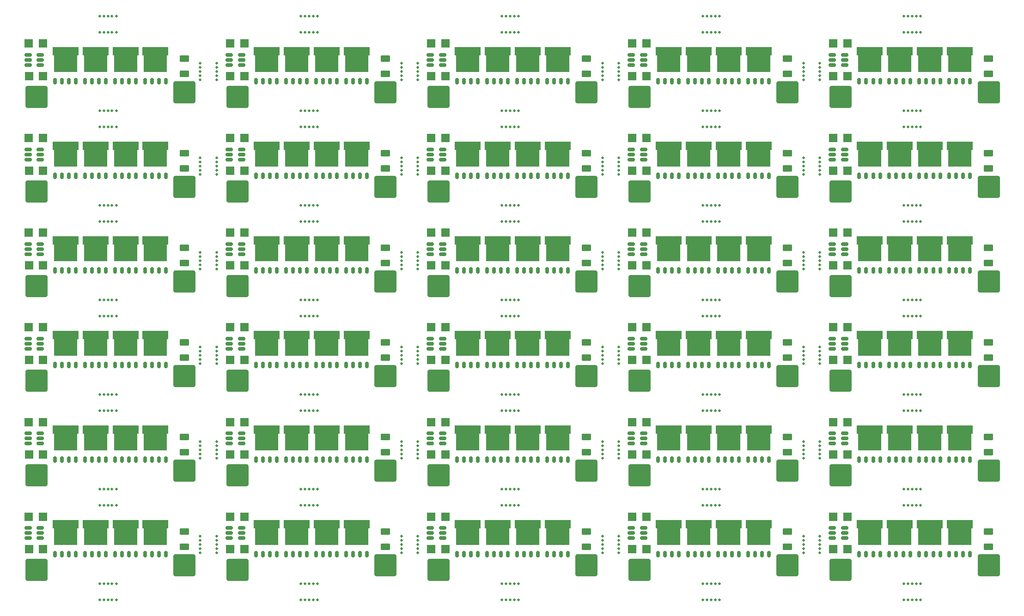
<source format=gbr>
%TF.GenerationSoftware,KiCad,Pcbnew,8.0.1*%
%TF.CreationDate,2024-05-29T13:53:09-05:00*%
%TF.ProjectId,eve PCB Project,65766520-5043-4422-9050-726f6a656374,rev?*%
%TF.SameCoordinates,Original*%
%TF.FileFunction,Soldermask,Top*%
%TF.FilePolarity,Negative*%
%FSLAX46Y46*%
G04 Gerber Fmt 4.6, Leading zero omitted, Abs format (unit mm)*
G04 Created by KiCad (PCBNEW 8.0.1) date 2024-05-29 13:53:09*
%MOMM*%
%LPD*%
G01*
G04 APERTURE LIST*
G04 Aperture macros list*
%AMRoundRect*
0 Rectangle with rounded corners*
0 $1 Rounding radius*
0 $2 $3 $4 $5 $6 $7 $8 $9 X,Y pos of 4 corners*
0 Add a 4 corners polygon primitive as box body*
4,1,4,$2,$3,$4,$5,$6,$7,$8,$9,$2,$3,0*
0 Add four circle primitives for the rounded corners*
1,1,$1+$1,$2,$3*
1,1,$1+$1,$4,$5*
1,1,$1+$1,$6,$7*
1,1,$1+$1,$8,$9*
0 Add four rect primitives between the rounded corners*
20,1,$1+$1,$2,$3,$4,$5,0*
20,1,$1+$1,$4,$5,$6,$7,0*
20,1,$1+$1,$6,$7,$8,$9,0*
20,1,$1+$1,$8,$9,$2,$3,0*%
%AMFreePoly0*
4,1,9,2.975000,-2.350000,1.425000,-2.350000,1.425000,-2.100000,-1.650000,-2.100000,-1.650000,2.100000,1.425000,2.100000,1.425000,2.350000,2.975000,2.350000,2.975000,-2.350000,2.975000,-2.350000,$1*%
G04 Aperture macros list end*
%ADD10C,0.500000*%
%ADD11RoundRect,0.250000X-1.750000X-1.750000X1.750000X-1.750000X1.750000X1.750000X-1.750000X1.750000X0*%
%ADD12RoundRect,0.250000X0.550000X-0.550000X0.550000X0.550000X-0.550000X0.550000X-0.550000X-0.550000X0*%
%ADD13RoundRect,0.175000X-0.175000X-0.400000X0.175000X-0.400000X0.175000X0.400000X-0.175000X0.400000X0*%
%ADD14FreePoly0,90.000000*%
%ADD15RoundRect,0.150000X0.512500X0.150000X-0.512500X0.150000X-0.512500X-0.150000X0.512500X-0.150000X0*%
%ADD16RoundRect,0.250000X0.550000X0.550000X-0.550000X0.550000X-0.550000X-0.550000X0.550000X-0.550000X0*%
%ADD17RoundRect,0.250000X1.750000X1.750000X-1.750000X1.750000X-1.750000X-1.750000X1.750000X-1.750000X0*%
%ADD18RoundRect,0.250000X0.625000X-0.375000X0.625000X0.375000X-0.625000X0.375000X-0.625000X-0.375000X0*%
G04 APERTURE END LIST*
D10*
%TO.C,mouse-bite-3mm-slot*%
X175928000Y-94720000D03*
X175928000Y-97720000D03*
X176678000Y-97720000D03*
X176690000Y-94720000D03*
X177440000Y-94720000D03*
X177440000Y-97720000D03*
X178190000Y-94720000D03*
X178190000Y-97720000D03*
X178964000Y-94720000D03*
X178964000Y-97720000D03*
%TD*%
D11*
%TO.C,Lead (-)*%
X117770000Y-126090000D03*
%TD*%
D10*
%TO.C,mouse-bite-3mm-slot*%
X175928000Y-112080000D03*
X175928000Y-115080000D03*
X176678000Y-115080000D03*
X176690000Y-112080000D03*
X177440000Y-112080000D03*
X177440000Y-115080000D03*
X178190000Y-112080000D03*
X178190000Y-115080000D03*
X178964000Y-112080000D03*
X178964000Y-115080000D03*
%TD*%
D11*
%TO.C,Lead (-)*%
X191450000Y-143450000D03*
%TD*%
D12*
%TO.C,GND*%
X91890000Y-123140000D03*
%TD*%
D13*
%TO.C,Q1*%
X167740000Y-89325000D03*
X169010000Y-89325000D03*
X170290000Y-89325000D03*
X171560000Y-89325000D03*
D14*
X169650000Y-86055000D03*
%TD*%
D12*
%TO.C,5V*%
X91890000Y-134500000D03*
%TD*%
D11*
%TO.C,Lead (-)*%
X228290000Y-74010000D03*
%TD*%
D15*
%TO.C,U1*%
X128227500Y-121090000D03*
X128227500Y-120140000D03*
X128227500Y-119190000D03*
X125952500Y-119190000D03*
X125952500Y-120140000D03*
X125952500Y-121090000D03*
%TD*%
D12*
%TO.C,GND*%
X202410000Y-123140000D03*
%TD*%
%TO.C,GND*%
X165570000Y-71060000D03*
%TD*%
D11*
%TO.C,Lead (-)*%
X154610000Y-56650000D03*
%TD*%
D16*
%TO.C,SCL*%
X162960000Y-88420000D03*
%TD*%
D13*
%TO.C,Q4*%
X147400000Y-89325000D03*
X148670000Y-89325000D03*
X149950000Y-89325000D03*
X151220000Y-89325000D03*
D14*
X149310000Y-86055000D03*
%TD*%
D17*
%TO.C,GND*%
X53830000Y-92220000D03*
%TD*%
%TO.C,GND*%
X90670000Y-57500000D03*
%TD*%
D18*
%TO.C,F1*%
X117760000Y-105340000D03*
X117760000Y-102540000D03*
%TD*%
D12*
%TO.C,GND*%
X128730000Y-123140000D03*
%TD*%
D11*
%TO.C,Lead (-)*%
X191450000Y-74010000D03*
%TD*%
D12*
%TO.C,5V*%
X165570000Y-47700000D03*
%TD*%
D10*
%TO.C,mouse-bite-3mm-slot*%
X212768000Y-42640000D03*
X212768000Y-45640000D03*
X213518000Y-45640000D03*
X213530000Y-42640000D03*
X214280000Y-42640000D03*
X214280000Y-45640000D03*
X215030000Y-42640000D03*
X215030000Y-45640000D03*
X215804000Y-42640000D03*
X215804000Y-45640000D03*
%TD*%
D13*
%TO.C,Q3*%
X68220000Y-124045000D03*
X69490000Y-124045000D03*
X70770000Y-124045000D03*
X72040000Y-124045000D03*
D14*
X70130000Y-120775000D03*
%TD*%
D12*
%TO.C,GND*%
X55050000Y-53700000D03*
%TD*%
%TO.C,SDA*%
X162950000Y-117140000D03*
%TD*%
D18*
%TO.C,F1*%
X117760000Y-140060000D03*
X117760000Y-137260000D03*
%TD*%
D17*
%TO.C,GND*%
X90670000Y-144300000D03*
%TD*%
D10*
%TO.C,mouse-bite-3mm-slot*%
X157520000Y-89052000D03*
X160520000Y-89052000D03*
X160520000Y-88302000D03*
X157520000Y-88290000D03*
X157520000Y-87540000D03*
X160520000Y-87540000D03*
X157520000Y-86790000D03*
X160520000Y-86790000D03*
X157520000Y-86016000D03*
X160520000Y-86016000D03*
%TD*%
D13*
%TO.C,Q1*%
X204580000Y-124045000D03*
X205850000Y-124045000D03*
X207130000Y-124045000D03*
X208400000Y-124045000D03*
D14*
X206490000Y-120775000D03*
%TD*%
D12*
%TO.C,SDA*%
X162950000Y-99780000D03*
%TD*%
D15*
%TO.C,U1*%
X91387500Y-51650000D03*
X91387500Y-50700000D03*
X91387500Y-49750000D03*
X89112500Y-49750000D03*
X89112500Y-50700000D03*
X89112500Y-51650000D03*
%TD*%
D13*
%TO.C,Q3*%
X105060000Y-106685000D03*
X106330000Y-106685000D03*
X107610000Y-106685000D03*
X108880000Y-106685000D03*
D14*
X106970000Y-103415000D03*
%TD*%
D13*
%TO.C,Q2*%
X136400000Y-141405000D03*
X137670000Y-141405000D03*
X138950000Y-141405000D03*
X140220000Y-141405000D03*
D14*
X138310000Y-138135000D03*
%TD*%
D13*
%TO.C,Q3*%
X215580000Y-71965000D03*
X216850000Y-71965000D03*
X218130000Y-71965000D03*
X219400000Y-71965000D03*
D14*
X217490000Y-68695000D03*
%TD*%
D11*
%TO.C,Lead (-)*%
X117770000Y-143450000D03*
%TD*%
D13*
%TO.C,Q3*%
X178740000Y-124045000D03*
X180010000Y-124045000D03*
X181290000Y-124045000D03*
X182560000Y-124045000D03*
D14*
X180650000Y-120775000D03*
%TD*%
D12*
%TO.C,SDA*%
X52430000Y-82420000D03*
%TD*%
D11*
%TO.C,Lead (-)*%
X228290000Y-143450000D03*
%TD*%
D15*
%TO.C,U1*%
X91387500Y-69010000D03*
X91387500Y-68060000D03*
X91387500Y-67110000D03*
X89112500Y-67110000D03*
X89112500Y-68060000D03*
X89112500Y-69010000D03*
%TD*%
D12*
%TO.C,5V*%
X202410000Y-65060000D03*
%TD*%
D13*
%TO.C,Q3*%
X68220000Y-89325000D03*
X69490000Y-89325000D03*
X70770000Y-89325000D03*
X72040000Y-89325000D03*
D14*
X70130000Y-86055000D03*
%TD*%
D13*
%TO.C,Q4*%
X184240000Y-106685000D03*
X185510000Y-106685000D03*
X186790000Y-106685000D03*
X188060000Y-106685000D03*
D14*
X186150000Y-103415000D03*
%TD*%
D12*
%TO.C,SDA*%
X52430000Y-99780000D03*
%TD*%
D13*
%TO.C,Q3*%
X105060000Y-54605000D03*
X106330000Y-54605000D03*
X107610000Y-54605000D03*
X108880000Y-54605000D03*
D14*
X106970000Y-51335000D03*
%TD*%
D17*
%TO.C,GND*%
X53830000Y-126940000D03*
%TD*%
D12*
%TO.C,GND*%
X202410000Y-71060000D03*
%TD*%
D15*
%TO.C,U1*%
X128227500Y-69010000D03*
X128227500Y-68060000D03*
X128227500Y-67110000D03*
X125952500Y-67110000D03*
X125952500Y-68060000D03*
X125952500Y-69010000D03*
%TD*%
D13*
%TO.C,Q4*%
X110560000Y-124045000D03*
X111830000Y-124045000D03*
X113110000Y-124045000D03*
X114380000Y-124045000D03*
D14*
X112470000Y-120775000D03*
%TD*%
D12*
%TO.C,5V*%
X128730000Y-117140000D03*
%TD*%
D15*
%TO.C,U1*%
X165067500Y-121090000D03*
X165067500Y-120140000D03*
X165067500Y-119190000D03*
X162792500Y-119190000D03*
X162792500Y-120140000D03*
X162792500Y-121090000D03*
%TD*%
D10*
%TO.C,mouse-bite-3mm-slot*%
X120680000Y-89052000D03*
X123680000Y-89052000D03*
X123680000Y-88302000D03*
X120680000Y-88290000D03*
X120680000Y-87540000D03*
X123680000Y-87540000D03*
X120680000Y-86790000D03*
X123680000Y-86790000D03*
X120680000Y-86016000D03*
X123680000Y-86016000D03*
%TD*%
D12*
%TO.C,SDA*%
X199790000Y-47700000D03*
%TD*%
%TO.C,SDA*%
X126110000Y-117140000D03*
%TD*%
D15*
%TO.C,U1*%
X54547500Y-103730000D03*
X54547500Y-102780000D03*
X54547500Y-101830000D03*
X52272500Y-101830000D03*
X52272500Y-102780000D03*
X52272500Y-103730000D03*
%TD*%
D12*
%TO.C,SDA*%
X52430000Y-117140000D03*
%TD*%
D10*
%TO.C,mouse-bite-3mm-slot*%
X102248000Y-94720000D03*
X102248000Y-97720000D03*
X102998000Y-97720000D03*
X103010000Y-94720000D03*
X103760000Y-94720000D03*
X103760000Y-97720000D03*
X104510000Y-94720000D03*
X104510000Y-97720000D03*
X105284000Y-94720000D03*
X105284000Y-97720000D03*
%TD*%
D12*
%TO.C,SDA*%
X199790000Y-82420000D03*
%TD*%
%TO.C,5V*%
X165570000Y-65060000D03*
%TD*%
D13*
%TO.C,Q3*%
X68220000Y-54605000D03*
X69490000Y-54605000D03*
X70770000Y-54605000D03*
X72040000Y-54605000D03*
D14*
X70130000Y-51335000D03*
%TD*%
D18*
%TO.C,F1*%
X80920000Y-53260000D03*
X80920000Y-50460000D03*
%TD*%
D13*
%TO.C,Q4*%
X184240000Y-141405000D03*
X185510000Y-141405000D03*
X186790000Y-141405000D03*
X188060000Y-141405000D03*
D14*
X186150000Y-138135000D03*
%TD*%
D13*
%TO.C,Q4*%
X147400000Y-106685000D03*
X148670000Y-106685000D03*
X149950000Y-106685000D03*
X151220000Y-106685000D03*
D14*
X149310000Y-103415000D03*
%TD*%
D12*
%TO.C,GND*%
X202410000Y-105780000D03*
%TD*%
D17*
%TO.C,GND*%
X164350000Y-109580000D03*
%TD*%
%TO.C,GND*%
X164350000Y-57500000D03*
%TD*%
D11*
%TO.C,Lead (-)*%
X228290000Y-56650000D03*
%TD*%
D12*
%TO.C,SDA*%
X199790000Y-134500000D03*
%TD*%
D13*
%TO.C,Q3*%
X215580000Y-54605000D03*
X216850000Y-54605000D03*
X218130000Y-54605000D03*
X219400000Y-54605000D03*
D14*
X217490000Y-51335000D03*
%TD*%
D13*
%TO.C,Q3*%
X215580000Y-89325000D03*
X216850000Y-89325000D03*
X218130000Y-89325000D03*
X219400000Y-89325000D03*
D14*
X217490000Y-86055000D03*
%TD*%
D11*
%TO.C,Lead (-)*%
X228290000Y-126090000D03*
%TD*%
D15*
%TO.C,U1*%
X165067500Y-86370000D03*
X165067500Y-85420000D03*
X165067500Y-84470000D03*
X162792500Y-84470000D03*
X162792500Y-85420000D03*
X162792500Y-86370000D03*
%TD*%
D11*
%TO.C,Lead (-)*%
X117770000Y-108730000D03*
%TD*%
D17*
%TO.C,GND*%
X164350000Y-126940000D03*
%TD*%
%TO.C,GND*%
X90670000Y-109580000D03*
%TD*%
D10*
%TO.C,mouse-bite-3mm-slot*%
X194360000Y-141132000D03*
X197360000Y-141132000D03*
X197360000Y-140382000D03*
X194360000Y-140370000D03*
X194360000Y-139620000D03*
X197360000Y-139620000D03*
X194360000Y-138870000D03*
X197360000Y-138870000D03*
X194360000Y-138096000D03*
X197360000Y-138096000D03*
%TD*%
%TO.C,mouse-bite-3mm-slot*%
X102248000Y-112080000D03*
X102248000Y-115080000D03*
X102998000Y-115080000D03*
X103010000Y-112080000D03*
X103760000Y-112080000D03*
X103760000Y-115080000D03*
X104510000Y-112080000D03*
X104510000Y-115080000D03*
X105284000Y-112080000D03*
X105284000Y-115080000D03*
%TD*%
%TO.C,mouse-bite-3mm-slot*%
X120680000Y-71692000D03*
X123680000Y-71692000D03*
X123680000Y-70942000D03*
X120680000Y-70930000D03*
X120680000Y-70180000D03*
X123680000Y-70180000D03*
X120680000Y-69430000D03*
X123680000Y-69430000D03*
X120680000Y-68656000D03*
X123680000Y-68656000D03*
%TD*%
D13*
%TO.C,Q3*%
X178740000Y-89325000D03*
X180010000Y-89325000D03*
X181290000Y-89325000D03*
X182560000Y-89325000D03*
D14*
X180650000Y-86055000D03*
%TD*%
D12*
%TO.C,5V*%
X165570000Y-99780000D03*
%TD*%
D10*
%TO.C,mouse-bite-3mm-slot*%
X65408000Y-42640000D03*
X65408000Y-45640000D03*
X66158000Y-45640000D03*
X66170000Y-42640000D03*
X66920000Y-42640000D03*
X66920000Y-45640000D03*
X67670000Y-42640000D03*
X67670000Y-45640000D03*
X68444000Y-42640000D03*
X68444000Y-45640000D03*
%TD*%
D13*
%TO.C,Q3*%
X141900000Y-54605000D03*
X143170000Y-54605000D03*
X144450000Y-54605000D03*
X145720000Y-54605000D03*
D14*
X143810000Y-51335000D03*
%TD*%
D12*
%TO.C,5V*%
X55050000Y-82420000D03*
%TD*%
%TO.C,SDA*%
X126110000Y-82420000D03*
%TD*%
D13*
%TO.C,Q3*%
X178740000Y-106685000D03*
X180010000Y-106685000D03*
X181290000Y-106685000D03*
X182560000Y-106685000D03*
D14*
X180650000Y-103415000D03*
%TD*%
D17*
%TO.C,GND*%
X90670000Y-92220000D03*
%TD*%
D10*
%TO.C,mouse-bite-3mm-slot*%
X194360000Y-123772000D03*
X197360000Y-123772000D03*
X197360000Y-123022000D03*
X194360000Y-123010000D03*
X194360000Y-122260000D03*
X197360000Y-122260000D03*
X194360000Y-121510000D03*
X197360000Y-121510000D03*
X194360000Y-120736000D03*
X197360000Y-120736000D03*
%TD*%
D12*
%TO.C,SDA*%
X162950000Y-65060000D03*
%TD*%
D10*
%TO.C,mouse-bite-3mm-slot*%
X157520000Y-71692000D03*
X160520000Y-71692000D03*
X160520000Y-70942000D03*
X157520000Y-70930000D03*
X157520000Y-70180000D03*
X160520000Y-70180000D03*
X157520000Y-69430000D03*
X160520000Y-69430000D03*
X157520000Y-68656000D03*
X160520000Y-68656000D03*
%TD*%
D13*
%TO.C,Q2*%
X210080000Y-89325000D03*
X211350000Y-89325000D03*
X212630000Y-89325000D03*
X213900000Y-89325000D03*
D14*
X211990000Y-86055000D03*
%TD*%
D10*
%TO.C,mouse-bite-3mm-slot*%
X157520000Y-141132000D03*
X160520000Y-141132000D03*
X160520000Y-140382000D03*
X157520000Y-140370000D03*
X157520000Y-139620000D03*
X160520000Y-139620000D03*
X157520000Y-138870000D03*
X160520000Y-138870000D03*
X157520000Y-138096000D03*
X160520000Y-138096000D03*
%TD*%
D11*
%TO.C,Lead (-)*%
X191450000Y-56650000D03*
%TD*%
D13*
%TO.C,Q4*%
X73720000Y-124045000D03*
X74990000Y-124045000D03*
X76270000Y-124045000D03*
X77540000Y-124045000D03*
D14*
X75630000Y-120775000D03*
%TD*%
D17*
%TO.C,GND*%
X53830000Y-74860000D03*
%TD*%
D16*
%TO.C,SCL*%
X126120000Y-53700000D03*
%TD*%
D10*
%TO.C,mouse-bite-3mm-slot*%
X139088000Y-94720000D03*
X139088000Y-97720000D03*
X139838000Y-97720000D03*
X139850000Y-94720000D03*
X140600000Y-94720000D03*
X140600000Y-97720000D03*
X141350000Y-94720000D03*
X141350000Y-97720000D03*
X142124000Y-94720000D03*
X142124000Y-97720000D03*
%TD*%
D15*
%TO.C,U1*%
X128227500Y-138450000D03*
X128227500Y-137500000D03*
X128227500Y-136550000D03*
X125952500Y-136550000D03*
X125952500Y-137500000D03*
X125952500Y-138450000D03*
%TD*%
D13*
%TO.C,Q3*%
X215580000Y-106685000D03*
X216850000Y-106685000D03*
X218130000Y-106685000D03*
X219400000Y-106685000D03*
D14*
X217490000Y-103415000D03*
%TD*%
D18*
%TO.C,F1*%
X191440000Y-87980000D03*
X191440000Y-85180000D03*
%TD*%
D13*
%TO.C,Q1*%
X204580000Y-141405000D03*
X205850000Y-141405000D03*
X207130000Y-141405000D03*
X208400000Y-141405000D03*
D14*
X206490000Y-138135000D03*
%TD*%
D11*
%TO.C,Lead (-)*%
X117770000Y-56650000D03*
%TD*%
D10*
%TO.C,mouse-bite-3mm-slot*%
X120680000Y-54332000D03*
X123680000Y-54332000D03*
X123680000Y-53582000D03*
X120680000Y-53570000D03*
X120680000Y-52820000D03*
X123680000Y-52820000D03*
X120680000Y-52070000D03*
X123680000Y-52070000D03*
X120680000Y-51296000D03*
X123680000Y-51296000D03*
%TD*%
D13*
%TO.C,Q2*%
X99560000Y-124045000D03*
X100830000Y-124045000D03*
X102110000Y-124045000D03*
X103380000Y-124045000D03*
D14*
X101470000Y-120775000D03*
%TD*%
D13*
%TO.C,Q3*%
X105060000Y-141405000D03*
X106330000Y-141405000D03*
X107610000Y-141405000D03*
X108880000Y-141405000D03*
D14*
X106970000Y-138135000D03*
%TD*%
D16*
%TO.C,SCL*%
X89280000Y-71060000D03*
%TD*%
D13*
%TO.C,Q1*%
X167740000Y-71965000D03*
X169010000Y-71965000D03*
X170290000Y-71965000D03*
X171560000Y-71965000D03*
D14*
X169650000Y-68695000D03*
%TD*%
D12*
%TO.C,5V*%
X128730000Y-47700000D03*
%TD*%
D10*
%TO.C,mouse-bite-3mm-slot*%
X212768000Y-112080000D03*
X212768000Y-115080000D03*
X213518000Y-115080000D03*
X213530000Y-112080000D03*
X214280000Y-112080000D03*
X214280000Y-115080000D03*
X215030000Y-112080000D03*
X215030000Y-115080000D03*
X215804000Y-112080000D03*
X215804000Y-115080000D03*
%TD*%
D13*
%TO.C,Q4*%
X110560000Y-89325000D03*
X111830000Y-89325000D03*
X113110000Y-89325000D03*
X114380000Y-89325000D03*
D14*
X112470000Y-86055000D03*
%TD*%
D13*
%TO.C,Q4*%
X184240000Y-54605000D03*
X185510000Y-54605000D03*
X186790000Y-54605000D03*
X188060000Y-54605000D03*
D14*
X186150000Y-51335000D03*
%TD*%
D13*
%TO.C,Q4*%
X147400000Y-71965000D03*
X148670000Y-71965000D03*
X149950000Y-71965000D03*
X151220000Y-71965000D03*
D14*
X149310000Y-68695000D03*
%TD*%
D15*
%TO.C,U1*%
X128227500Y-51650000D03*
X128227500Y-50700000D03*
X128227500Y-49750000D03*
X125952500Y-49750000D03*
X125952500Y-50700000D03*
X125952500Y-51650000D03*
%TD*%
D10*
%TO.C,mouse-bite-3mm-slot*%
X102248000Y-60000000D03*
X102248000Y-63000000D03*
X102998000Y-63000000D03*
X103010000Y-60000000D03*
X103760000Y-60000000D03*
X103760000Y-63000000D03*
X104510000Y-60000000D03*
X104510000Y-63000000D03*
X105284000Y-60000000D03*
X105284000Y-63000000D03*
%TD*%
D11*
%TO.C,Lead (-)*%
X154610000Y-91370000D03*
%TD*%
D13*
%TO.C,Q1*%
X130900000Y-71965000D03*
X132170000Y-71965000D03*
X133450000Y-71965000D03*
X134720000Y-71965000D03*
D14*
X132810000Y-68695000D03*
%TD*%
D12*
%TO.C,5V*%
X128730000Y-134500000D03*
%TD*%
D10*
%TO.C,mouse-bite-3mm-slot*%
X212768000Y-94720000D03*
X212768000Y-97720000D03*
X213518000Y-97720000D03*
X213530000Y-94720000D03*
X214280000Y-94720000D03*
X214280000Y-97720000D03*
X215030000Y-94720000D03*
X215030000Y-97720000D03*
X215804000Y-94720000D03*
X215804000Y-97720000D03*
%TD*%
D18*
%TO.C,F1*%
X154600000Y-122700000D03*
X154600000Y-119900000D03*
%TD*%
D12*
%TO.C,SDA*%
X126110000Y-65060000D03*
%TD*%
%TO.C,GND*%
X165570000Y-105780000D03*
%TD*%
D13*
%TO.C,Q4*%
X184240000Y-124045000D03*
X185510000Y-124045000D03*
X186790000Y-124045000D03*
X188060000Y-124045000D03*
D14*
X186150000Y-120775000D03*
%TD*%
D12*
%TO.C,5V*%
X165570000Y-82420000D03*
%TD*%
D13*
%TO.C,Q1*%
X130900000Y-124045000D03*
X132170000Y-124045000D03*
X133450000Y-124045000D03*
X134720000Y-124045000D03*
D14*
X132810000Y-120775000D03*
%TD*%
D12*
%TO.C,GND*%
X128730000Y-53700000D03*
%TD*%
D13*
%TO.C,Q3*%
X68220000Y-141405000D03*
X69490000Y-141405000D03*
X70770000Y-141405000D03*
X72040000Y-141405000D03*
D14*
X70130000Y-138135000D03*
%TD*%
D18*
%TO.C,F1*%
X117760000Y-122700000D03*
X117760000Y-119900000D03*
%TD*%
%TO.C,F1*%
X80920000Y-140060000D03*
X80920000Y-137260000D03*
%TD*%
D13*
%TO.C,Q4*%
X73720000Y-71965000D03*
X74990000Y-71965000D03*
X76270000Y-71965000D03*
X77540000Y-71965000D03*
D14*
X75630000Y-68695000D03*
%TD*%
D10*
%TO.C,mouse-bite-3mm-slot*%
X212768000Y-146800000D03*
X212768000Y-149800000D03*
X213518000Y-149800000D03*
X213530000Y-146800000D03*
X214280000Y-146800000D03*
X214280000Y-149800000D03*
X215030000Y-146800000D03*
X215030000Y-149800000D03*
X215804000Y-146800000D03*
X215804000Y-149800000D03*
%TD*%
D13*
%TO.C,Q1*%
X130900000Y-54605000D03*
X132170000Y-54605000D03*
X133450000Y-54605000D03*
X134720000Y-54605000D03*
D14*
X132810000Y-51335000D03*
%TD*%
D10*
%TO.C,mouse-bite-3mm-slot*%
X102248000Y-77360000D03*
X102248000Y-80360000D03*
X102998000Y-80360000D03*
X103010000Y-77360000D03*
X103760000Y-77360000D03*
X103760000Y-80360000D03*
X104510000Y-77360000D03*
X104510000Y-80360000D03*
X105284000Y-77360000D03*
X105284000Y-80360000D03*
%TD*%
D12*
%TO.C,GND*%
X202410000Y-140500000D03*
%TD*%
D18*
%TO.C,F1*%
X228280000Y-70620000D03*
X228280000Y-67820000D03*
%TD*%
D16*
%TO.C,SCL*%
X89280000Y-88420000D03*
%TD*%
D15*
%TO.C,U1*%
X201907500Y-51650000D03*
X201907500Y-50700000D03*
X201907500Y-49750000D03*
X199632500Y-49750000D03*
X199632500Y-50700000D03*
X199632500Y-51650000D03*
%TD*%
D13*
%TO.C,Q3*%
X68220000Y-71965000D03*
X69490000Y-71965000D03*
X70770000Y-71965000D03*
X72040000Y-71965000D03*
D14*
X70130000Y-68695000D03*
%TD*%
D10*
%TO.C,mouse-bite-3mm-slot*%
X194360000Y-54332000D03*
X197360000Y-54332000D03*
X197360000Y-53582000D03*
X194360000Y-53570000D03*
X194360000Y-52820000D03*
X197360000Y-52820000D03*
X194360000Y-52070000D03*
X197360000Y-52070000D03*
X194360000Y-51296000D03*
X197360000Y-51296000D03*
%TD*%
D13*
%TO.C,Q2*%
X62720000Y-106685000D03*
X63990000Y-106685000D03*
X65270000Y-106685000D03*
X66540000Y-106685000D03*
D14*
X64630000Y-103415000D03*
%TD*%
D13*
%TO.C,Q1*%
X204580000Y-54605000D03*
X205850000Y-54605000D03*
X207130000Y-54605000D03*
X208400000Y-54605000D03*
D14*
X206490000Y-51335000D03*
%TD*%
D12*
%TO.C,SDA*%
X199790000Y-117140000D03*
%TD*%
%TO.C,5V*%
X202410000Y-47700000D03*
%TD*%
D13*
%TO.C,Q2*%
X62720000Y-141405000D03*
X63990000Y-141405000D03*
X65270000Y-141405000D03*
X66540000Y-141405000D03*
D14*
X64630000Y-138135000D03*
%TD*%
D12*
%TO.C,5V*%
X91890000Y-99780000D03*
%TD*%
D17*
%TO.C,GND*%
X127510000Y-109580000D03*
%TD*%
D12*
%TO.C,GND*%
X165570000Y-53700000D03*
%TD*%
%TO.C,SDA*%
X126110000Y-99780000D03*
%TD*%
D11*
%TO.C,Lead (-)*%
X117770000Y-91370000D03*
%TD*%
D16*
%TO.C,SCL*%
X199800000Y-53700000D03*
%TD*%
D18*
%TO.C,F1*%
X228280000Y-105340000D03*
X228280000Y-102540000D03*
%TD*%
D13*
%TO.C,Q4*%
X110560000Y-54605000D03*
X111830000Y-54605000D03*
X113110000Y-54605000D03*
X114380000Y-54605000D03*
D14*
X112470000Y-51335000D03*
%TD*%
D13*
%TO.C,Q3*%
X215580000Y-141405000D03*
X216850000Y-141405000D03*
X218130000Y-141405000D03*
X219400000Y-141405000D03*
D14*
X217490000Y-138135000D03*
%TD*%
D13*
%TO.C,Q4*%
X110560000Y-71965000D03*
X111830000Y-71965000D03*
X113110000Y-71965000D03*
X114380000Y-71965000D03*
D14*
X112470000Y-68695000D03*
%TD*%
D12*
%TO.C,5V*%
X128730000Y-65060000D03*
%TD*%
D11*
%TO.C,Lead (-)*%
X154610000Y-126090000D03*
%TD*%
D15*
%TO.C,U1*%
X54547500Y-121090000D03*
X54547500Y-120140000D03*
X54547500Y-119190000D03*
X52272500Y-119190000D03*
X52272500Y-120140000D03*
X52272500Y-121090000D03*
%TD*%
D10*
%TO.C,mouse-bite-3mm-slot*%
X157520000Y-106412000D03*
X160520000Y-106412000D03*
X160520000Y-105662000D03*
X157520000Y-105650000D03*
X157520000Y-104900000D03*
X160520000Y-104900000D03*
X157520000Y-104150000D03*
X160520000Y-104150000D03*
X157520000Y-103376000D03*
X160520000Y-103376000D03*
%TD*%
%TO.C,mouse-bite-3mm-slot*%
X139088000Y-112080000D03*
X139088000Y-115080000D03*
X139838000Y-115080000D03*
X139850000Y-112080000D03*
X140600000Y-112080000D03*
X140600000Y-115080000D03*
X141350000Y-112080000D03*
X141350000Y-115080000D03*
X142124000Y-112080000D03*
X142124000Y-115080000D03*
%TD*%
D13*
%TO.C,Q3*%
X141900000Y-124045000D03*
X143170000Y-124045000D03*
X144450000Y-124045000D03*
X145720000Y-124045000D03*
D14*
X143810000Y-120775000D03*
%TD*%
D16*
%TO.C,SCL*%
X52440000Y-105780000D03*
%TD*%
D12*
%TO.C,GND*%
X202410000Y-88420000D03*
%TD*%
D10*
%TO.C,mouse-bite-3mm-slot*%
X212768000Y-129440000D03*
X212768000Y-132440000D03*
X213518000Y-132440000D03*
X213530000Y-129440000D03*
X214280000Y-129440000D03*
X214280000Y-132440000D03*
X215030000Y-129440000D03*
X215030000Y-132440000D03*
X215804000Y-129440000D03*
X215804000Y-132440000D03*
%TD*%
D17*
%TO.C,GND*%
X90670000Y-126940000D03*
%TD*%
D13*
%TO.C,Q1*%
X94060000Y-71965000D03*
X95330000Y-71965000D03*
X96610000Y-71965000D03*
X97880000Y-71965000D03*
D14*
X95970000Y-68695000D03*
%TD*%
D13*
%TO.C,Q1*%
X130900000Y-106685000D03*
X132170000Y-106685000D03*
X133450000Y-106685000D03*
X134720000Y-106685000D03*
D14*
X132810000Y-103415000D03*
%TD*%
D12*
%TO.C,SDA*%
X89270000Y-47700000D03*
%TD*%
%TO.C,SDA*%
X52430000Y-134500000D03*
%TD*%
%TO.C,GND*%
X55050000Y-123140000D03*
%TD*%
D10*
%TO.C,mouse-bite-3mm-slot*%
X194360000Y-89052000D03*
X197360000Y-89052000D03*
X197360000Y-88302000D03*
X194360000Y-88290000D03*
X194360000Y-87540000D03*
X197360000Y-87540000D03*
X194360000Y-86790000D03*
X197360000Y-86790000D03*
X194360000Y-86016000D03*
X197360000Y-86016000D03*
%TD*%
D13*
%TO.C,Q2*%
X210080000Y-71965000D03*
X211350000Y-71965000D03*
X212630000Y-71965000D03*
X213900000Y-71965000D03*
D14*
X211990000Y-68695000D03*
%TD*%
D13*
%TO.C,Q3*%
X215580000Y-124045000D03*
X216850000Y-124045000D03*
X218130000Y-124045000D03*
X219400000Y-124045000D03*
D14*
X217490000Y-120775000D03*
%TD*%
D13*
%TO.C,Q3*%
X105060000Y-124045000D03*
X106330000Y-124045000D03*
X107610000Y-124045000D03*
X108880000Y-124045000D03*
D14*
X106970000Y-120775000D03*
%TD*%
D13*
%TO.C,Q3*%
X178740000Y-71965000D03*
X180010000Y-71965000D03*
X181290000Y-71965000D03*
X182560000Y-71965000D03*
D14*
X180650000Y-68695000D03*
%TD*%
D13*
%TO.C,Q1*%
X167740000Y-106685000D03*
X169010000Y-106685000D03*
X170290000Y-106685000D03*
X171560000Y-106685000D03*
D14*
X169650000Y-103415000D03*
%TD*%
D16*
%TO.C,SCL*%
X126120000Y-71060000D03*
%TD*%
D12*
%TO.C,GND*%
X165570000Y-140500000D03*
%TD*%
D17*
%TO.C,GND*%
X201190000Y-144300000D03*
%TD*%
D12*
%TO.C,GND*%
X128730000Y-105780000D03*
%TD*%
D16*
%TO.C,SCL*%
X52440000Y-88420000D03*
%TD*%
D12*
%TO.C,GND*%
X55050000Y-88420000D03*
%TD*%
%TO.C,GND*%
X55050000Y-105780000D03*
%TD*%
D18*
%TO.C,F1*%
X191440000Y-122700000D03*
X191440000Y-119900000D03*
%TD*%
D12*
%TO.C,GND*%
X128730000Y-71060000D03*
%TD*%
D13*
%TO.C,Q1*%
X94060000Y-89325000D03*
X95330000Y-89325000D03*
X96610000Y-89325000D03*
X97880000Y-89325000D03*
D14*
X95970000Y-86055000D03*
%TD*%
D13*
%TO.C,Q2*%
X136400000Y-106685000D03*
X137670000Y-106685000D03*
X138950000Y-106685000D03*
X140220000Y-106685000D03*
D14*
X138310000Y-103415000D03*
%TD*%
D17*
%TO.C,GND*%
X164350000Y-92220000D03*
%TD*%
D13*
%TO.C,Q1*%
X94060000Y-124045000D03*
X95330000Y-124045000D03*
X96610000Y-124045000D03*
X97880000Y-124045000D03*
D14*
X95970000Y-120775000D03*
%TD*%
D10*
%TO.C,mouse-bite-3mm-slot*%
X65408000Y-146800000D03*
X65408000Y-149800000D03*
X66158000Y-149800000D03*
X66170000Y-146800000D03*
X66920000Y-146800000D03*
X66920000Y-149800000D03*
X67670000Y-146800000D03*
X67670000Y-149800000D03*
X68444000Y-146800000D03*
X68444000Y-149800000D03*
%TD*%
D13*
%TO.C,Q4*%
X147400000Y-124045000D03*
X148670000Y-124045000D03*
X149950000Y-124045000D03*
X151220000Y-124045000D03*
D14*
X149310000Y-120775000D03*
%TD*%
D12*
%TO.C,5V*%
X91890000Y-47700000D03*
%TD*%
%TO.C,SDA*%
X199790000Y-99780000D03*
%TD*%
D16*
%TO.C,SCL*%
X199800000Y-71060000D03*
%TD*%
D12*
%TO.C,5V*%
X91890000Y-65060000D03*
%TD*%
%TO.C,SDA*%
X89270000Y-117140000D03*
%TD*%
D16*
%TO.C,SCL*%
X89280000Y-123140000D03*
%TD*%
D10*
%TO.C,mouse-bite-3mm-slot*%
X175928000Y-60000000D03*
X175928000Y-63000000D03*
X176678000Y-63000000D03*
X176690000Y-60000000D03*
X177440000Y-60000000D03*
X177440000Y-63000000D03*
X178190000Y-60000000D03*
X178190000Y-63000000D03*
X178964000Y-60000000D03*
X178964000Y-63000000D03*
%TD*%
D16*
%TO.C,SCL*%
X52440000Y-140500000D03*
%TD*%
%TO.C,SCL*%
X126120000Y-123140000D03*
%TD*%
D13*
%TO.C,Q1*%
X167740000Y-141405000D03*
X169010000Y-141405000D03*
X170290000Y-141405000D03*
X171560000Y-141405000D03*
D14*
X169650000Y-138135000D03*
%TD*%
D13*
%TO.C,Q4*%
X221080000Y-141405000D03*
X222350000Y-141405000D03*
X223630000Y-141405000D03*
X224900000Y-141405000D03*
D14*
X222990000Y-138135000D03*
%TD*%
D10*
%TO.C,mouse-bite-3mm-slot*%
X83840000Y-123772000D03*
X86840000Y-123772000D03*
X86840000Y-123022000D03*
X83840000Y-123010000D03*
X83840000Y-122260000D03*
X86840000Y-122260000D03*
X83840000Y-121510000D03*
X86840000Y-121510000D03*
X83840000Y-120736000D03*
X86840000Y-120736000D03*
%TD*%
D15*
%TO.C,U1*%
X201907500Y-69010000D03*
X201907500Y-68060000D03*
X201907500Y-67110000D03*
X199632500Y-67110000D03*
X199632500Y-68060000D03*
X199632500Y-69010000D03*
%TD*%
D18*
%TO.C,F1*%
X117760000Y-70620000D03*
X117760000Y-67820000D03*
%TD*%
D13*
%TO.C,Q2*%
X136400000Y-71965000D03*
X137670000Y-71965000D03*
X138950000Y-71965000D03*
X140220000Y-71965000D03*
D14*
X138310000Y-68695000D03*
%TD*%
D13*
%TO.C,Q4*%
X73720000Y-141405000D03*
X74990000Y-141405000D03*
X76270000Y-141405000D03*
X77540000Y-141405000D03*
D14*
X75630000Y-138135000D03*
%TD*%
D17*
%TO.C,GND*%
X127510000Y-57500000D03*
%TD*%
D16*
%TO.C,SCL*%
X89280000Y-105780000D03*
%TD*%
D17*
%TO.C,GND*%
X127510000Y-126940000D03*
%TD*%
D12*
%TO.C,SDA*%
X162950000Y-82420000D03*
%TD*%
D13*
%TO.C,Q1*%
X57220000Y-71965000D03*
X58490000Y-71965000D03*
X59770000Y-71965000D03*
X61040000Y-71965000D03*
D14*
X59130000Y-68695000D03*
%TD*%
D13*
%TO.C,Q4*%
X147400000Y-141405000D03*
X148670000Y-141405000D03*
X149950000Y-141405000D03*
X151220000Y-141405000D03*
D14*
X149310000Y-138135000D03*
%TD*%
D11*
%TO.C,Lead (-)*%
X154610000Y-143450000D03*
%TD*%
D10*
%TO.C,mouse-bite-3mm-slot*%
X102248000Y-129440000D03*
X102248000Y-132440000D03*
X102998000Y-132440000D03*
X103010000Y-129440000D03*
X103760000Y-129440000D03*
X103760000Y-132440000D03*
X104510000Y-129440000D03*
X104510000Y-132440000D03*
X105284000Y-129440000D03*
X105284000Y-132440000D03*
%TD*%
D18*
%TO.C,F1*%
X80920000Y-70620000D03*
X80920000Y-67820000D03*
%TD*%
%TO.C,F1*%
X228280000Y-87980000D03*
X228280000Y-85180000D03*
%TD*%
D13*
%TO.C,Q4*%
X221080000Y-89325000D03*
X222350000Y-89325000D03*
X223630000Y-89325000D03*
X224900000Y-89325000D03*
D14*
X222990000Y-86055000D03*
%TD*%
D12*
%TO.C,SDA*%
X126110000Y-134500000D03*
%TD*%
D18*
%TO.C,F1*%
X80920000Y-122700000D03*
X80920000Y-119900000D03*
%TD*%
D13*
%TO.C,Q1*%
X57220000Y-141405000D03*
X58490000Y-141405000D03*
X59770000Y-141405000D03*
X61040000Y-141405000D03*
D14*
X59130000Y-138135000D03*
%TD*%
D12*
%TO.C,GND*%
X91890000Y-53700000D03*
%TD*%
D13*
%TO.C,Q1*%
X204580000Y-71965000D03*
X205850000Y-71965000D03*
X207130000Y-71965000D03*
X208400000Y-71965000D03*
D14*
X206490000Y-68695000D03*
%TD*%
D13*
%TO.C,Q2*%
X99560000Y-54605000D03*
X100830000Y-54605000D03*
X102110000Y-54605000D03*
X103380000Y-54605000D03*
D14*
X101470000Y-51335000D03*
%TD*%
D12*
%TO.C,GND*%
X91890000Y-105780000D03*
%TD*%
D13*
%TO.C,Q3*%
X141900000Y-71965000D03*
X143170000Y-71965000D03*
X144450000Y-71965000D03*
X145720000Y-71965000D03*
D14*
X143810000Y-68695000D03*
%TD*%
D18*
%TO.C,F1*%
X154600000Y-53260000D03*
X154600000Y-50460000D03*
%TD*%
D13*
%TO.C,Q2*%
X62720000Y-124045000D03*
X63990000Y-124045000D03*
X65270000Y-124045000D03*
X66540000Y-124045000D03*
D14*
X64630000Y-120775000D03*
%TD*%
D13*
%TO.C,Q1*%
X167740000Y-124045000D03*
X169010000Y-124045000D03*
X170290000Y-124045000D03*
X171560000Y-124045000D03*
D14*
X169650000Y-120775000D03*
%TD*%
D12*
%TO.C,5V*%
X165570000Y-134500000D03*
%TD*%
D16*
%TO.C,SCL*%
X89280000Y-140500000D03*
%TD*%
D13*
%TO.C,Q2*%
X173240000Y-71965000D03*
X174510000Y-71965000D03*
X175790000Y-71965000D03*
X177060000Y-71965000D03*
D14*
X175150000Y-68695000D03*
%TD*%
D15*
%TO.C,U1*%
X91387500Y-138450000D03*
X91387500Y-137500000D03*
X91387500Y-136550000D03*
X89112500Y-136550000D03*
X89112500Y-137500000D03*
X89112500Y-138450000D03*
%TD*%
D13*
%TO.C,Q2*%
X210080000Y-106685000D03*
X211350000Y-106685000D03*
X212630000Y-106685000D03*
X213900000Y-106685000D03*
D14*
X211990000Y-103415000D03*
%TD*%
D15*
%TO.C,U1*%
X128227500Y-86370000D03*
X128227500Y-85420000D03*
X128227500Y-84470000D03*
X125952500Y-84470000D03*
X125952500Y-85420000D03*
X125952500Y-86370000D03*
%TD*%
D13*
%TO.C,Q1*%
X94060000Y-141405000D03*
X95330000Y-141405000D03*
X96610000Y-141405000D03*
X97880000Y-141405000D03*
D14*
X95970000Y-138135000D03*
%TD*%
D12*
%TO.C,5V*%
X128730000Y-82420000D03*
%TD*%
D17*
%TO.C,GND*%
X201190000Y-92220000D03*
%TD*%
D16*
%TO.C,SCL*%
X162960000Y-140500000D03*
%TD*%
D12*
%TO.C,5V*%
X202410000Y-134500000D03*
%TD*%
D18*
%TO.C,F1*%
X154600000Y-87980000D03*
X154600000Y-85180000D03*
%TD*%
D15*
%TO.C,U1*%
X91387500Y-103730000D03*
X91387500Y-102780000D03*
X91387500Y-101830000D03*
X89112500Y-101830000D03*
X89112500Y-102780000D03*
X89112500Y-103730000D03*
%TD*%
D13*
%TO.C,Q4*%
X73720000Y-89325000D03*
X74990000Y-89325000D03*
X76270000Y-89325000D03*
X77540000Y-89325000D03*
D14*
X75630000Y-86055000D03*
%TD*%
D15*
%TO.C,U1*%
X54547500Y-69010000D03*
X54547500Y-68060000D03*
X54547500Y-67110000D03*
X52272500Y-67110000D03*
X52272500Y-68060000D03*
X52272500Y-69010000D03*
%TD*%
D10*
%TO.C,mouse-bite-3mm-slot*%
X102248000Y-146800000D03*
X102248000Y-149800000D03*
X102998000Y-149800000D03*
X103010000Y-146800000D03*
X103760000Y-146800000D03*
X103760000Y-149800000D03*
X104510000Y-146800000D03*
X104510000Y-149800000D03*
X105284000Y-146800000D03*
X105284000Y-149800000D03*
%TD*%
D13*
%TO.C,Q2*%
X99560000Y-106685000D03*
X100830000Y-106685000D03*
X102110000Y-106685000D03*
X103380000Y-106685000D03*
D14*
X101470000Y-103415000D03*
%TD*%
D13*
%TO.C,Q4*%
X73720000Y-54605000D03*
X74990000Y-54605000D03*
X76270000Y-54605000D03*
X77540000Y-54605000D03*
D14*
X75630000Y-51335000D03*
%TD*%
D13*
%TO.C,Q1*%
X57220000Y-89325000D03*
X58490000Y-89325000D03*
X59770000Y-89325000D03*
X61040000Y-89325000D03*
D14*
X59130000Y-86055000D03*
%TD*%
D13*
%TO.C,Q1*%
X57220000Y-124045000D03*
X58490000Y-124045000D03*
X59770000Y-124045000D03*
X61040000Y-124045000D03*
D14*
X59130000Y-120775000D03*
%TD*%
D13*
%TO.C,Q2*%
X210080000Y-54605000D03*
X211350000Y-54605000D03*
X212630000Y-54605000D03*
X213900000Y-54605000D03*
D14*
X211990000Y-51335000D03*
%TD*%
D15*
%TO.C,U1*%
X91387500Y-86370000D03*
X91387500Y-85420000D03*
X91387500Y-84470000D03*
X89112500Y-84470000D03*
X89112500Y-85420000D03*
X89112500Y-86370000D03*
%TD*%
D12*
%TO.C,5V*%
X202410000Y-99780000D03*
%TD*%
D17*
%TO.C,GND*%
X164350000Y-144300000D03*
%TD*%
D12*
%TO.C,SDA*%
X89270000Y-82420000D03*
%TD*%
D16*
%TO.C,SCL*%
X162960000Y-123140000D03*
%TD*%
D13*
%TO.C,Q2*%
X62720000Y-89325000D03*
X63990000Y-89325000D03*
X65270000Y-89325000D03*
X66540000Y-89325000D03*
D14*
X64630000Y-86055000D03*
%TD*%
D11*
%TO.C,Lead (-)*%
X191450000Y-126090000D03*
%TD*%
%TO.C,Lead (-)*%
X191450000Y-91370000D03*
%TD*%
D18*
%TO.C,F1*%
X191440000Y-105340000D03*
X191440000Y-102540000D03*
%TD*%
%TO.C,F1*%
X228280000Y-122700000D03*
X228280000Y-119900000D03*
%TD*%
D13*
%TO.C,Q4*%
X184240000Y-89325000D03*
X185510000Y-89325000D03*
X186790000Y-89325000D03*
X188060000Y-89325000D03*
D14*
X186150000Y-86055000D03*
%TD*%
D17*
%TO.C,GND*%
X164350000Y-74860000D03*
%TD*%
D10*
%TO.C,mouse-bite-3mm-slot*%
X139088000Y-146800000D03*
X139088000Y-149800000D03*
X139838000Y-149800000D03*
X139850000Y-146800000D03*
X140600000Y-146800000D03*
X140600000Y-149800000D03*
X141350000Y-146800000D03*
X141350000Y-149800000D03*
X142124000Y-146800000D03*
X142124000Y-149800000D03*
%TD*%
D11*
%TO.C,Lead (-)*%
X80930000Y-143450000D03*
%TD*%
D15*
%TO.C,U1*%
X54547500Y-51650000D03*
X54547500Y-50700000D03*
X54547500Y-49750000D03*
X52272500Y-49750000D03*
X52272500Y-50700000D03*
X52272500Y-51650000D03*
%TD*%
D10*
%TO.C,mouse-bite-3mm-slot*%
X212768000Y-60000000D03*
X212768000Y-63000000D03*
X213518000Y-63000000D03*
X213530000Y-60000000D03*
X214280000Y-60000000D03*
X214280000Y-63000000D03*
X215030000Y-60000000D03*
X215030000Y-63000000D03*
X215804000Y-60000000D03*
X215804000Y-63000000D03*
%TD*%
D13*
%TO.C,Q2*%
X99560000Y-71965000D03*
X100830000Y-71965000D03*
X102110000Y-71965000D03*
X103380000Y-71965000D03*
D14*
X101470000Y-68695000D03*
%TD*%
D10*
%TO.C,mouse-bite-3mm-slot*%
X65408000Y-60000000D03*
X65408000Y-63000000D03*
X66158000Y-63000000D03*
X66170000Y-60000000D03*
X66920000Y-60000000D03*
X66920000Y-63000000D03*
X67670000Y-60000000D03*
X67670000Y-63000000D03*
X68444000Y-60000000D03*
X68444000Y-63000000D03*
%TD*%
%TO.C,mouse-bite-3mm-slot*%
X83840000Y-71692000D03*
X86840000Y-71692000D03*
X86840000Y-70942000D03*
X83840000Y-70930000D03*
X83840000Y-70180000D03*
X86840000Y-70180000D03*
X83840000Y-69430000D03*
X86840000Y-69430000D03*
X83840000Y-68656000D03*
X86840000Y-68656000D03*
%TD*%
D12*
%TO.C,GND*%
X91890000Y-140500000D03*
%TD*%
D10*
%TO.C,mouse-bite-3mm-slot*%
X102248000Y-42640000D03*
X102248000Y-45640000D03*
X102998000Y-45640000D03*
X103010000Y-42640000D03*
X103760000Y-42640000D03*
X103760000Y-45640000D03*
X104510000Y-42640000D03*
X104510000Y-45640000D03*
X105284000Y-42640000D03*
X105284000Y-45640000D03*
%TD*%
D12*
%TO.C,GND*%
X55050000Y-140500000D03*
%TD*%
D16*
%TO.C,SCL*%
X126120000Y-140500000D03*
%TD*%
D10*
%TO.C,mouse-bite-3mm-slot*%
X139088000Y-60000000D03*
X139088000Y-63000000D03*
X139838000Y-63000000D03*
X139850000Y-60000000D03*
X140600000Y-60000000D03*
X140600000Y-63000000D03*
X141350000Y-60000000D03*
X141350000Y-63000000D03*
X142124000Y-60000000D03*
X142124000Y-63000000D03*
%TD*%
D17*
%TO.C,GND*%
X201190000Y-126940000D03*
%TD*%
D16*
%TO.C,SCL*%
X162960000Y-53700000D03*
%TD*%
D12*
%TO.C,5V*%
X128730000Y-99780000D03*
%TD*%
D10*
%TO.C,mouse-bite-3mm-slot*%
X65408000Y-112080000D03*
X65408000Y-115080000D03*
X66158000Y-115080000D03*
X66170000Y-112080000D03*
X66920000Y-112080000D03*
X66920000Y-115080000D03*
X67670000Y-112080000D03*
X67670000Y-115080000D03*
X68444000Y-112080000D03*
X68444000Y-115080000D03*
%TD*%
%TO.C,mouse-bite-3mm-slot*%
X157520000Y-54332000D03*
X160520000Y-54332000D03*
X160520000Y-53582000D03*
X157520000Y-53570000D03*
X157520000Y-52820000D03*
X160520000Y-52820000D03*
X157520000Y-52070000D03*
X160520000Y-52070000D03*
X157520000Y-51296000D03*
X160520000Y-51296000D03*
%TD*%
D13*
%TO.C,Q2*%
X173240000Y-106685000D03*
X174510000Y-106685000D03*
X175790000Y-106685000D03*
X177060000Y-106685000D03*
D14*
X175150000Y-103415000D03*
%TD*%
D17*
%TO.C,GND*%
X127510000Y-74860000D03*
%TD*%
D10*
%TO.C,mouse-bite-3mm-slot*%
X212768000Y-77360000D03*
X212768000Y-80360000D03*
X213518000Y-80360000D03*
X213530000Y-77360000D03*
X214280000Y-77360000D03*
X214280000Y-80360000D03*
X215030000Y-77360000D03*
X215030000Y-80360000D03*
X215804000Y-77360000D03*
X215804000Y-80360000D03*
%TD*%
D18*
%TO.C,F1*%
X154600000Y-105340000D03*
X154600000Y-102540000D03*
%TD*%
%TO.C,F1*%
X117760000Y-53260000D03*
X117760000Y-50460000D03*
%TD*%
D13*
%TO.C,Q4*%
X221080000Y-71965000D03*
X222350000Y-71965000D03*
X223630000Y-71965000D03*
X224900000Y-71965000D03*
D14*
X222990000Y-68695000D03*
%TD*%
D13*
%TO.C,Q1*%
X130900000Y-141405000D03*
X132170000Y-141405000D03*
X133450000Y-141405000D03*
X134720000Y-141405000D03*
D14*
X132810000Y-138135000D03*
%TD*%
D10*
%TO.C,mouse-bite-3mm-slot*%
X194360000Y-106412000D03*
X197360000Y-106412000D03*
X197360000Y-105662000D03*
X194360000Y-105650000D03*
X194360000Y-104900000D03*
X197360000Y-104900000D03*
X194360000Y-104150000D03*
X197360000Y-104150000D03*
X194360000Y-103376000D03*
X197360000Y-103376000D03*
%TD*%
D16*
%TO.C,SCL*%
X52440000Y-53700000D03*
%TD*%
D11*
%TO.C,Lead (-)*%
X80930000Y-74010000D03*
%TD*%
D13*
%TO.C,Q2*%
X62720000Y-54605000D03*
X63990000Y-54605000D03*
X65270000Y-54605000D03*
X66540000Y-54605000D03*
D14*
X64630000Y-51335000D03*
%TD*%
D13*
%TO.C,Q3*%
X141900000Y-89325000D03*
X143170000Y-89325000D03*
X144450000Y-89325000D03*
X145720000Y-89325000D03*
D14*
X143810000Y-86055000D03*
%TD*%
D13*
%TO.C,Q2*%
X136400000Y-54605000D03*
X137670000Y-54605000D03*
X138950000Y-54605000D03*
X140220000Y-54605000D03*
D14*
X138310000Y-51335000D03*
%TD*%
D13*
%TO.C,Q3*%
X141900000Y-141405000D03*
X143170000Y-141405000D03*
X144450000Y-141405000D03*
X145720000Y-141405000D03*
D14*
X143810000Y-138135000D03*
%TD*%
D12*
%TO.C,GND*%
X128730000Y-88420000D03*
%TD*%
D13*
%TO.C,Q2*%
X210080000Y-141405000D03*
X211350000Y-141405000D03*
X212630000Y-141405000D03*
X213900000Y-141405000D03*
D14*
X211990000Y-138135000D03*
%TD*%
D13*
%TO.C,Q2*%
X173240000Y-54605000D03*
X174510000Y-54605000D03*
X175790000Y-54605000D03*
X177060000Y-54605000D03*
D14*
X175150000Y-51335000D03*
%TD*%
D10*
%TO.C,mouse-bite-3mm-slot*%
X83840000Y-89052000D03*
X86840000Y-89052000D03*
X86840000Y-88302000D03*
X83840000Y-88290000D03*
X83840000Y-87540000D03*
X86840000Y-87540000D03*
X83840000Y-86790000D03*
X86840000Y-86790000D03*
X83840000Y-86016000D03*
X86840000Y-86016000D03*
%TD*%
D11*
%TO.C,Lead (-)*%
X117770000Y-74010000D03*
%TD*%
%TO.C,Lead (-)*%
X228290000Y-108730000D03*
%TD*%
D10*
%TO.C,mouse-bite-3mm-slot*%
X175928000Y-42640000D03*
X175928000Y-45640000D03*
X176678000Y-45640000D03*
X176690000Y-42640000D03*
X177440000Y-42640000D03*
X177440000Y-45640000D03*
X178190000Y-42640000D03*
X178190000Y-45640000D03*
X178964000Y-42640000D03*
X178964000Y-45640000D03*
%TD*%
D12*
%TO.C,GND*%
X202410000Y-53700000D03*
%TD*%
D11*
%TO.C,Lead (-)*%
X228290000Y-91370000D03*
%TD*%
D13*
%TO.C,Q2*%
X210080000Y-124045000D03*
X211350000Y-124045000D03*
X212630000Y-124045000D03*
X213900000Y-124045000D03*
D14*
X211990000Y-120775000D03*
%TD*%
D15*
%TO.C,U1*%
X165067500Y-103730000D03*
X165067500Y-102780000D03*
X165067500Y-101830000D03*
X162792500Y-101830000D03*
X162792500Y-102780000D03*
X162792500Y-103730000D03*
%TD*%
D10*
%TO.C,mouse-bite-3mm-slot*%
X65408000Y-94720000D03*
X65408000Y-97720000D03*
X66158000Y-97720000D03*
X66170000Y-94720000D03*
X66920000Y-94720000D03*
X66920000Y-97720000D03*
X67670000Y-94720000D03*
X67670000Y-97720000D03*
X68444000Y-94720000D03*
X68444000Y-97720000D03*
%TD*%
D13*
%TO.C,Q1*%
X57220000Y-54605000D03*
X58490000Y-54605000D03*
X59770000Y-54605000D03*
X61040000Y-54605000D03*
D14*
X59130000Y-51335000D03*
%TD*%
D10*
%TO.C,mouse-bite-3mm-slot*%
X175928000Y-129440000D03*
X175928000Y-132440000D03*
X176678000Y-132440000D03*
X176690000Y-129440000D03*
X177440000Y-129440000D03*
X177440000Y-132440000D03*
X178190000Y-129440000D03*
X178190000Y-132440000D03*
X178964000Y-129440000D03*
X178964000Y-132440000D03*
%TD*%
D16*
%TO.C,SCL*%
X199800000Y-123140000D03*
%TD*%
D13*
%TO.C,Q4*%
X73720000Y-106685000D03*
X74990000Y-106685000D03*
X76270000Y-106685000D03*
X77540000Y-106685000D03*
D14*
X75630000Y-103415000D03*
%TD*%
D13*
%TO.C,Q4*%
X221080000Y-124045000D03*
X222350000Y-124045000D03*
X223630000Y-124045000D03*
X224900000Y-124045000D03*
D14*
X222990000Y-120775000D03*
%TD*%
D13*
%TO.C,Q4*%
X221080000Y-106685000D03*
X222350000Y-106685000D03*
X223630000Y-106685000D03*
X224900000Y-106685000D03*
D14*
X222990000Y-103415000D03*
%TD*%
D13*
%TO.C,Q4*%
X110560000Y-141405000D03*
X111830000Y-141405000D03*
X113110000Y-141405000D03*
X114380000Y-141405000D03*
D14*
X112470000Y-138135000D03*
%TD*%
D18*
%TO.C,F1*%
X117760000Y-87980000D03*
X117760000Y-85180000D03*
%TD*%
D17*
%TO.C,GND*%
X90670000Y-74860000D03*
%TD*%
D16*
%TO.C,SCL*%
X199800000Y-105780000D03*
%TD*%
D12*
%TO.C,SDA*%
X89270000Y-134500000D03*
%TD*%
D13*
%TO.C,Q1*%
X204580000Y-89325000D03*
X205850000Y-89325000D03*
X207130000Y-89325000D03*
X208400000Y-89325000D03*
D14*
X206490000Y-86055000D03*
%TD*%
D17*
%TO.C,GND*%
X53830000Y-109580000D03*
%TD*%
D18*
%TO.C,F1*%
X191440000Y-53260000D03*
X191440000Y-50460000D03*
%TD*%
D13*
%TO.C,Q2*%
X99560000Y-89325000D03*
X100830000Y-89325000D03*
X102110000Y-89325000D03*
X103380000Y-89325000D03*
D14*
X101470000Y-86055000D03*
%TD*%
D13*
%TO.C,Q1*%
X57220000Y-106685000D03*
X58490000Y-106685000D03*
X59770000Y-106685000D03*
X61040000Y-106685000D03*
D14*
X59130000Y-103415000D03*
%TD*%
D10*
%TO.C,mouse-bite-3mm-slot*%
X83840000Y-141132000D03*
X86840000Y-141132000D03*
X86840000Y-140382000D03*
X83840000Y-140370000D03*
X83840000Y-139620000D03*
X86840000Y-139620000D03*
X83840000Y-138870000D03*
X86840000Y-138870000D03*
X83840000Y-138096000D03*
X86840000Y-138096000D03*
%TD*%
D12*
%TO.C,5V*%
X55050000Y-65060000D03*
%TD*%
D15*
%TO.C,U1*%
X91387500Y-121090000D03*
X91387500Y-120140000D03*
X91387500Y-119190000D03*
X89112500Y-119190000D03*
X89112500Y-120140000D03*
X89112500Y-121090000D03*
%TD*%
D17*
%TO.C,GND*%
X127510000Y-144300000D03*
%TD*%
D16*
%TO.C,SCL*%
X126120000Y-105780000D03*
%TD*%
D17*
%TO.C,GND*%
X127510000Y-92220000D03*
%TD*%
D18*
%TO.C,F1*%
X191440000Y-70620000D03*
X191440000Y-67820000D03*
%TD*%
D12*
%TO.C,5V*%
X55050000Y-117140000D03*
%TD*%
D10*
%TO.C,mouse-bite-3mm-slot*%
X83840000Y-106412000D03*
X86840000Y-106412000D03*
X86840000Y-105662000D03*
X83840000Y-105650000D03*
X83840000Y-104900000D03*
X86840000Y-104900000D03*
X83840000Y-104150000D03*
X86840000Y-104150000D03*
X83840000Y-103376000D03*
X86840000Y-103376000D03*
%TD*%
D12*
%TO.C,GND*%
X91890000Y-71060000D03*
%TD*%
D13*
%TO.C,Q2*%
X173240000Y-141405000D03*
X174510000Y-141405000D03*
X175790000Y-141405000D03*
X177060000Y-141405000D03*
D14*
X175150000Y-138135000D03*
%TD*%
D13*
%TO.C,Q4*%
X221080000Y-54605000D03*
X222350000Y-54605000D03*
X223630000Y-54605000D03*
X224900000Y-54605000D03*
D14*
X222990000Y-51335000D03*
%TD*%
D12*
%TO.C,5V*%
X55050000Y-99780000D03*
%TD*%
D10*
%TO.C,mouse-bite-3mm-slot*%
X83840000Y-54332000D03*
X86840000Y-54332000D03*
X86840000Y-53582000D03*
X83840000Y-53570000D03*
X83840000Y-52820000D03*
X86840000Y-52820000D03*
X83840000Y-52070000D03*
X86840000Y-52070000D03*
X83840000Y-51296000D03*
X86840000Y-51296000D03*
%TD*%
D15*
%TO.C,U1*%
X54547500Y-138450000D03*
X54547500Y-137500000D03*
X54547500Y-136550000D03*
X52272500Y-136550000D03*
X52272500Y-137500000D03*
X52272500Y-138450000D03*
%TD*%
D16*
%TO.C,SCL*%
X162960000Y-105780000D03*
%TD*%
D12*
%TO.C,5V*%
X55050000Y-134500000D03*
%TD*%
D13*
%TO.C,Q3*%
X141900000Y-106685000D03*
X143170000Y-106685000D03*
X144450000Y-106685000D03*
X145720000Y-106685000D03*
D14*
X143810000Y-103415000D03*
%TD*%
D16*
%TO.C,SCL*%
X162960000Y-71060000D03*
%TD*%
D13*
%TO.C,Q1*%
X204580000Y-106685000D03*
X205850000Y-106685000D03*
X207130000Y-106685000D03*
X208400000Y-106685000D03*
D14*
X206490000Y-103415000D03*
%TD*%
D15*
%TO.C,U1*%
X165067500Y-51650000D03*
X165067500Y-50700000D03*
X165067500Y-49750000D03*
X162792500Y-49750000D03*
X162792500Y-50700000D03*
X162792500Y-51650000D03*
%TD*%
D10*
%TO.C,mouse-bite-3mm-slot*%
X157520000Y-123772000D03*
X160520000Y-123772000D03*
X160520000Y-123022000D03*
X157520000Y-123010000D03*
X157520000Y-122260000D03*
X160520000Y-122260000D03*
X157520000Y-121510000D03*
X160520000Y-121510000D03*
X157520000Y-120736000D03*
X160520000Y-120736000D03*
%TD*%
%TO.C,mouse-bite-3mm-slot*%
X139088000Y-77360000D03*
X139088000Y-80360000D03*
X139838000Y-80360000D03*
X139850000Y-77360000D03*
X140600000Y-77360000D03*
X140600000Y-80360000D03*
X141350000Y-77360000D03*
X141350000Y-80360000D03*
X142124000Y-77360000D03*
X142124000Y-80360000D03*
%TD*%
%TO.C,mouse-bite-3mm-slot*%
X139088000Y-42640000D03*
X139088000Y-45640000D03*
X139838000Y-45640000D03*
X139850000Y-42640000D03*
X140600000Y-42640000D03*
X140600000Y-45640000D03*
X141350000Y-42640000D03*
X141350000Y-45640000D03*
X142124000Y-42640000D03*
X142124000Y-45640000D03*
%TD*%
D17*
%TO.C,GND*%
X201190000Y-74860000D03*
%TD*%
D18*
%TO.C,F1*%
X80920000Y-105340000D03*
X80920000Y-102540000D03*
%TD*%
D12*
%TO.C,SDA*%
X126110000Y-47700000D03*
%TD*%
D16*
%TO.C,SCL*%
X126120000Y-88420000D03*
%TD*%
D12*
%TO.C,SDA*%
X89270000Y-99780000D03*
%TD*%
D15*
%TO.C,U1*%
X201907500Y-138450000D03*
X201907500Y-137500000D03*
X201907500Y-136550000D03*
X199632500Y-136550000D03*
X199632500Y-137500000D03*
X199632500Y-138450000D03*
%TD*%
D12*
%TO.C,SDA*%
X162950000Y-47700000D03*
%TD*%
%TO.C,5V*%
X202410000Y-117140000D03*
%TD*%
D10*
%TO.C,mouse-bite-3mm-slot*%
X120680000Y-106412000D03*
X123680000Y-106412000D03*
X123680000Y-105662000D03*
X120680000Y-105650000D03*
X120680000Y-104900000D03*
X123680000Y-104900000D03*
X120680000Y-104150000D03*
X123680000Y-104150000D03*
X120680000Y-103376000D03*
X123680000Y-103376000D03*
%TD*%
D16*
%TO.C,SCL*%
X52440000Y-123140000D03*
%TD*%
D10*
%TO.C,mouse-bite-3mm-slot*%
X139088000Y-129440000D03*
X139088000Y-132440000D03*
X139838000Y-132440000D03*
X139850000Y-129440000D03*
X140600000Y-129440000D03*
X140600000Y-132440000D03*
X141350000Y-129440000D03*
X141350000Y-132440000D03*
X142124000Y-129440000D03*
X142124000Y-132440000D03*
%TD*%
%TO.C,mouse-bite-3mm-slot*%
X65408000Y-77360000D03*
X65408000Y-80360000D03*
X66158000Y-80360000D03*
X66170000Y-77360000D03*
X66920000Y-77360000D03*
X66920000Y-80360000D03*
X67670000Y-77360000D03*
X67670000Y-80360000D03*
X68444000Y-77360000D03*
X68444000Y-80360000D03*
%TD*%
D12*
%TO.C,SDA*%
X162950000Y-134500000D03*
%TD*%
%TO.C,GND*%
X55050000Y-71060000D03*
%TD*%
D10*
%TO.C,mouse-bite-3mm-slot*%
X175928000Y-77360000D03*
X175928000Y-80360000D03*
X176678000Y-80360000D03*
X176690000Y-77360000D03*
X177440000Y-77360000D03*
X177440000Y-80360000D03*
X178190000Y-77360000D03*
X178190000Y-80360000D03*
X178964000Y-77360000D03*
X178964000Y-80360000D03*
%TD*%
D13*
%TO.C,Q3*%
X68220000Y-106685000D03*
X69490000Y-106685000D03*
X70770000Y-106685000D03*
X72040000Y-106685000D03*
D14*
X70130000Y-103415000D03*
%TD*%
D13*
%TO.C,Q4*%
X110560000Y-106685000D03*
X111830000Y-106685000D03*
X113110000Y-106685000D03*
X114380000Y-106685000D03*
D14*
X112470000Y-103415000D03*
%TD*%
D12*
%TO.C,GND*%
X165570000Y-123140000D03*
%TD*%
D11*
%TO.C,Lead (-)*%
X191450000Y-108730000D03*
%TD*%
D12*
%TO.C,GND*%
X128730000Y-140500000D03*
%TD*%
D10*
%TO.C,mouse-bite-3mm-slot*%
X120680000Y-141132000D03*
X123680000Y-141132000D03*
X123680000Y-140382000D03*
X120680000Y-140370000D03*
X120680000Y-139620000D03*
X123680000Y-139620000D03*
X120680000Y-138870000D03*
X123680000Y-138870000D03*
X120680000Y-138096000D03*
X123680000Y-138096000D03*
%TD*%
D13*
%TO.C,Q1*%
X94060000Y-106685000D03*
X95330000Y-106685000D03*
X96610000Y-106685000D03*
X97880000Y-106685000D03*
D14*
X95970000Y-103415000D03*
%TD*%
D10*
%TO.C,mouse-bite-3mm-slot*%
X194360000Y-71692000D03*
X197360000Y-71692000D03*
X197360000Y-70942000D03*
X194360000Y-70930000D03*
X194360000Y-70180000D03*
X197360000Y-70180000D03*
X194360000Y-69430000D03*
X197360000Y-69430000D03*
X194360000Y-68656000D03*
X197360000Y-68656000D03*
%TD*%
D12*
%TO.C,SDA*%
X89270000Y-65060000D03*
%TD*%
D13*
%TO.C,Q1*%
X130900000Y-89325000D03*
X132170000Y-89325000D03*
X133450000Y-89325000D03*
X134720000Y-89325000D03*
D14*
X132810000Y-86055000D03*
%TD*%
D16*
%TO.C,SCL*%
X199800000Y-88420000D03*
%TD*%
D12*
%TO.C,5V*%
X165570000Y-117140000D03*
%TD*%
D13*
%TO.C,Q2*%
X99560000Y-141405000D03*
X100830000Y-141405000D03*
X102110000Y-141405000D03*
X103380000Y-141405000D03*
D14*
X101470000Y-138135000D03*
%TD*%
D18*
%TO.C,F1*%
X228280000Y-140060000D03*
X228280000Y-137260000D03*
%TD*%
D12*
%TO.C,SDA*%
X199790000Y-65060000D03*
%TD*%
%TO.C,5V*%
X55050000Y-47700000D03*
%TD*%
D11*
%TO.C,Lead (-)*%
X154610000Y-108730000D03*
%TD*%
D13*
%TO.C,Q1*%
X94060000Y-54605000D03*
X95330000Y-54605000D03*
X96610000Y-54605000D03*
X97880000Y-54605000D03*
D14*
X95970000Y-51335000D03*
%TD*%
D12*
%TO.C,SDA*%
X52430000Y-65060000D03*
%TD*%
D13*
%TO.C,Q3*%
X105060000Y-89325000D03*
X106330000Y-89325000D03*
X107610000Y-89325000D03*
X108880000Y-89325000D03*
D14*
X106970000Y-86055000D03*
%TD*%
D18*
%TO.C,F1*%
X80920000Y-87980000D03*
X80920000Y-85180000D03*
%TD*%
D15*
%TO.C,U1*%
X54547500Y-86370000D03*
X54547500Y-85420000D03*
X54547500Y-84470000D03*
X52272500Y-84470000D03*
X52272500Y-85420000D03*
X52272500Y-86370000D03*
%TD*%
D11*
%TO.C,Lead (-)*%
X80930000Y-56650000D03*
%TD*%
D13*
%TO.C,Q2*%
X136400000Y-124045000D03*
X137670000Y-124045000D03*
X138950000Y-124045000D03*
X140220000Y-124045000D03*
D14*
X138310000Y-120775000D03*
%TD*%
D15*
%TO.C,U1*%
X165067500Y-69010000D03*
X165067500Y-68060000D03*
X165067500Y-67110000D03*
X162792500Y-67110000D03*
X162792500Y-68060000D03*
X162792500Y-69010000D03*
%TD*%
D11*
%TO.C,Lead (-)*%
X80930000Y-126090000D03*
%TD*%
D17*
%TO.C,GND*%
X53830000Y-57500000D03*
%TD*%
D11*
%TO.C,Lead (-)*%
X80930000Y-91370000D03*
%TD*%
D13*
%TO.C,Q1*%
X167740000Y-54605000D03*
X169010000Y-54605000D03*
X170290000Y-54605000D03*
X171560000Y-54605000D03*
D14*
X169650000Y-51335000D03*
%TD*%
D13*
%TO.C,Q2*%
X136400000Y-89325000D03*
X137670000Y-89325000D03*
X138950000Y-89325000D03*
X140220000Y-89325000D03*
D14*
X138310000Y-86055000D03*
%TD*%
D12*
%TO.C,GND*%
X91890000Y-88420000D03*
%TD*%
D10*
%TO.C,mouse-bite-3mm-slot*%
X65408000Y-129440000D03*
X65408000Y-132440000D03*
X66158000Y-132440000D03*
X66170000Y-129440000D03*
X66920000Y-129440000D03*
X66920000Y-132440000D03*
X67670000Y-129440000D03*
X67670000Y-132440000D03*
X68444000Y-129440000D03*
X68444000Y-132440000D03*
%TD*%
D16*
%TO.C,SCL*%
X52440000Y-71060000D03*
%TD*%
D17*
%TO.C,GND*%
X53830000Y-144300000D03*
%TD*%
D15*
%TO.C,U1*%
X201907500Y-103730000D03*
X201907500Y-102780000D03*
X201907500Y-101830000D03*
X199632500Y-101830000D03*
X199632500Y-102780000D03*
X199632500Y-103730000D03*
%TD*%
D10*
%TO.C,mouse-bite-3mm-slot*%
X175928000Y-146800000D03*
X175928000Y-149800000D03*
X176678000Y-149800000D03*
X176690000Y-146800000D03*
X177440000Y-146800000D03*
X177440000Y-149800000D03*
X178190000Y-146800000D03*
X178190000Y-149800000D03*
X178964000Y-146800000D03*
X178964000Y-149800000D03*
%TD*%
D11*
%TO.C,Lead (-)*%
X80930000Y-108730000D03*
%TD*%
D15*
%TO.C,U1*%
X201907500Y-121090000D03*
X201907500Y-120140000D03*
X201907500Y-119190000D03*
X199632500Y-119190000D03*
X199632500Y-120140000D03*
X199632500Y-121090000D03*
%TD*%
D12*
%TO.C,5V*%
X91890000Y-117140000D03*
%TD*%
D15*
%TO.C,U1*%
X165067500Y-138450000D03*
X165067500Y-137500000D03*
X165067500Y-136550000D03*
X162792500Y-136550000D03*
X162792500Y-137500000D03*
X162792500Y-138450000D03*
%TD*%
D16*
%TO.C,SCL*%
X89280000Y-53700000D03*
%TD*%
D18*
%TO.C,F1*%
X154600000Y-140060000D03*
X154600000Y-137260000D03*
%TD*%
D12*
%TO.C,GND*%
X165570000Y-88420000D03*
%TD*%
D17*
%TO.C,GND*%
X201190000Y-57500000D03*
%TD*%
D18*
%TO.C,F1*%
X191440000Y-140060000D03*
X191440000Y-137260000D03*
%TD*%
D12*
%TO.C,SDA*%
X52430000Y-47700000D03*
%TD*%
D13*
%TO.C,Q2*%
X173240000Y-89325000D03*
X174510000Y-89325000D03*
X175790000Y-89325000D03*
X177060000Y-89325000D03*
D14*
X175150000Y-86055000D03*
%TD*%
D18*
%TO.C,F1*%
X154600000Y-70620000D03*
X154600000Y-67820000D03*
%TD*%
D13*
%TO.C,Q3*%
X178740000Y-54605000D03*
X180010000Y-54605000D03*
X181290000Y-54605000D03*
X182560000Y-54605000D03*
D14*
X180650000Y-51335000D03*
%TD*%
D16*
%TO.C,SCL*%
X199800000Y-140500000D03*
%TD*%
D13*
%TO.C,Q3*%
X105060000Y-71965000D03*
X106330000Y-71965000D03*
X107610000Y-71965000D03*
X108880000Y-71965000D03*
D14*
X106970000Y-68695000D03*
%TD*%
D15*
%TO.C,U1*%
X128227500Y-103730000D03*
X128227500Y-102780000D03*
X128227500Y-101830000D03*
X125952500Y-101830000D03*
X125952500Y-102780000D03*
X125952500Y-103730000D03*
%TD*%
D17*
%TO.C,GND*%
X201190000Y-109580000D03*
%TD*%
D13*
%TO.C,Q2*%
X62720000Y-71965000D03*
X63990000Y-71965000D03*
X65270000Y-71965000D03*
X66540000Y-71965000D03*
D14*
X64630000Y-68695000D03*
%TD*%
D13*
%TO.C,Q4*%
X184240000Y-71965000D03*
X185510000Y-71965000D03*
X186790000Y-71965000D03*
X188060000Y-71965000D03*
D14*
X186150000Y-68695000D03*
%TD*%
D12*
%TO.C,5V*%
X91890000Y-82420000D03*
%TD*%
D13*
%TO.C,Q3*%
X178740000Y-141405000D03*
X180010000Y-141405000D03*
X181290000Y-141405000D03*
X182560000Y-141405000D03*
D14*
X180650000Y-138135000D03*
%TD*%
D11*
%TO.C,Lead (-)*%
X154610000Y-74010000D03*
%TD*%
D10*
%TO.C,mouse-bite-3mm-slot*%
X120680000Y-123772000D03*
X123680000Y-123772000D03*
X123680000Y-123022000D03*
X120680000Y-123010000D03*
X120680000Y-122260000D03*
X123680000Y-122260000D03*
X120680000Y-121510000D03*
X123680000Y-121510000D03*
X120680000Y-120736000D03*
X123680000Y-120736000D03*
%TD*%
D13*
%TO.C,Q4*%
X147400000Y-54605000D03*
X148670000Y-54605000D03*
X149950000Y-54605000D03*
X151220000Y-54605000D03*
D14*
X149310000Y-51335000D03*
%TD*%
D13*
%TO.C,Q2*%
X173240000Y-124045000D03*
X174510000Y-124045000D03*
X175790000Y-124045000D03*
X177060000Y-124045000D03*
D14*
X175150000Y-120775000D03*
%TD*%
D18*
%TO.C,F1*%
X228280000Y-53260000D03*
X228280000Y-50460000D03*
%TD*%
D15*
%TO.C,U1*%
X201907500Y-86370000D03*
X201907500Y-85420000D03*
X201907500Y-84470000D03*
X199632500Y-84470000D03*
X199632500Y-85420000D03*
X199632500Y-86370000D03*
%TD*%
D12*
%TO.C,5V*%
X202410000Y-82420000D03*
%TD*%
M02*

</source>
